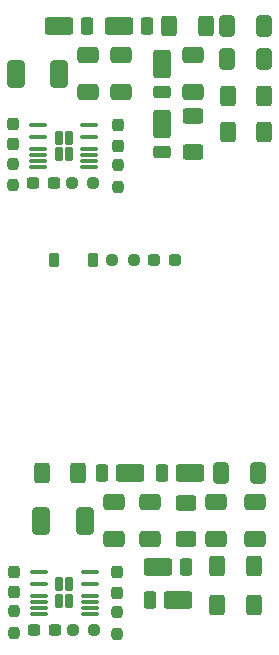
<source format=gbr>
G04 #@! TF.GenerationSoftware,KiCad,Pcbnew,8.0.6*
G04 #@! TF.CreationDate,2024-12-07T23:10:06+01:00*
G04 #@! TF.ProjectId,BOOST_LT8365,424f4f53-545f-44c5-9438-3336352e6b69,rev?*
G04 #@! TF.SameCoordinates,Original*
G04 #@! TF.FileFunction,Paste,Top*
G04 #@! TF.FilePolarity,Positive*
%FSLAX46Y46*%
G04 Gerber Fmt 4.6, Leading zero omitted, Abs format (unit mm)*
G04 Created by KiCad (PCBNEW 8.0.6) date 2024-12-07 23:10:06*
%MOMM*%
%LPD*%
G01*
G04 APERTURE LIST*
G04 Aperture macros list*
%AMRoundRect*
0 Rectangle with rounded corners*
0 $1 Rounding radius*
0 $2 $3 $4 $5 $6 $7 $8 $9 X,Y pos of 4 corners*
0 Add a 4 corners polygon primitive as box body*
4,1,4,$2,$3,$4,$5,$6,$7,$8,$9,$2,$3,0*
0 Add four circle primitives for the rounded corners*
1,1,$1+$1,$2,$3*
1,1,$1+$1,$4,$5*
1,1,$1+$1,$6,$7*
1,1,$1+$1,$8,$9*
0 Add four rect primitives between the rounded corners*
20,1,$1+$1,$2,$3,$4,$5,0*
20,1,$1+$1,$4,$5,$6,$7,0*
20,1,$1+$1,$6,$7,$8,$9,0*
20,1,$1+$1,$8,$9,$2,$3,0*%
G04 Aperture macros list end*
%ADD10RoundRect,0.250000X0.650000X-0.412500X0.650000X0.412500X-0.650000X0.412500X-0.650000X-0.412500X0*%
%ADD11RoundRect,0.250000X-0.412500X-0.650000X0.412500X-0.650000X0.412500X0.650000X-0.412500X0.650000X0*%
%ADD12RoundRect,0.172500X-0.172500X-0.422500X0.172500X-0.422500X0.172500X0.422500X-0.172500X0.422500X0*%
%ADD13RoundRect,0.075000X-0.650000X-0.075000X0.650000X-0.075000X0.650000X0.075000X-0.650000X0.075000X0*%
%ADD14RoundRect,0.375000X-0.375000X-0.825000X0.375000X-0.825000X0.375000X0.825000X-0.375000X0.825000X0*%
%ADD15RoundRect,0.237500X-0.250000X-0.237500X0.250000X-0.237500X0.250000X0.237500X-0.250000X0.237500X0*%
%ADD16RoundRect,0.250000X-0.950000X-0.500000X0.950000X-0.500000X0.950000X0.500000X-0.950000X0.500000X0*%
%ADD17RoundRect,0.250000X-0.275000X-0.500000X0.275000X-0.500000X0.275000X0.500000X-0.275000X0.500000X0*%
%ADD18RoundRect,0.237500X0.237500X-0.300000X0.237500X0.300000X-0.237500X0.300000X-0.237500X-0.300000X0*%
%ADD19RoundRect,0.250000X-0.400000X-0.625000X0.400000X-0.625000X0.400000X0.625000X-0.400000X0.625000X0*%
%ADD20RoundRect,0.237500X0.250000X0.237500X-0.250000X0.237500X-0.250000X-0.237500X0.250000X-0.237500X0*%
%ADD21RoundRect,0.225000X-0.225000X-0.375000X0.225000X-0.375000X0.225000X0.375000X-0.225000X0.375000X0*%
%ADD22RoundRect,0.250000X-0.650000X0.412500X-0.650000X-0.412500X0.650000X-0.412500X0.650000X0.412500X0*%
%ADD23RoundRect,0.237500X-0.237500X0.250000X-0.237500X-0.250000X0.237500X-0.250000X0.237500X0.250000X0*%
%ADD24RoundRect,0.250000X0.500000X-0.950000X0.500000X0.950000X-0.500000X0.950000X-0.500000X-0.950000X0*%
%ADD25RoundRect,0.250000X0.500000X-0.275000X0.500000X0.275000X-0.500000X0.275000X-0.500000X-0.275000X0*%
%ADD26RoundRect,0.250000X0.950000X0.500000X-0.950000X0.500000X-0.950000X-0.500000X0.950000X-0.500000X0*%
%ADD27RoundRect,0.250000X0.275000X0.500000X-0.275000X0.500000X-0.275000X-0.500000X0.275000X-0.500000X0*%
%ADD28RoundRect,0.250000X0.625000X-0.400000X0.625000X0.400000X-0.625000X0.400000X-0.625000X-0.400000X0*%
%ADD29RoundRect,0.237500X-0.300000X-0.237500X0.300000X-0.237500X0.300000X0.237500X-0.300000X0.237500X0*%
%ADD30RoundRect,0.250000X0.400000X0.625000X-0.400000X0.625000X-0.400000X-0.625000X0.400000X-0.625000X0*%
%ADD31RoundRect,0.237500X0.287500X0.237500X-0.287500X0.237500X-0.287500X-0.237500X0.287500X-0.237500X0*%
G04 APERTURE END LIST*
D10*
G04 #@! TO.C,C6*
X148590000Y-95669500D03*
X148590000Y-92544500D03*
G04 #@! TD*
D11*
G04 #@! TO.C,C18*
X149567500Y-54991000D03*
X152692500Y-54991000D03*
G04 #@! TD*
D12*
G04 #@! TO.C,U3*
X135305500Y-61651500D03*
X135305500Y-63071500D03*
X136135500Y-61651500D03*
X136135500Y-63071500D03*
D13*
X133570500Y-60611500D03*
X133570500Y-61611500D03*
X133570500Y-62611500D03*
X133570500Y-63111500D03*
X133570500Y-63611500D03*
X133570500Y-64111500D03*
X137870500Y-64111500D03*
X137870500Y-63611500D03*
X137870500Y-63111500D03*
X137870500Y-62611500D03*
X137870500Y-61611500D03*
X137870500Y-60611500D03*
G04 #@! TD*
D11*
G04 #@! TO.C,C7*
X149059500Y-90043000D03*
X152184500Y-90043000D03*
G04 #@! TD*
D10*
G04 #@! TO.C,C13*
X137795000Y-57823500D03*
X137795000Y-54698500D03*
G04 #@! TD*
D14*
G04 #@! TO.C,L2*
X131627000Y-56261000D03*
X135327000Y-56261000D03*
G04 #@! TD*
D15*
G04 #@! TO.C,R9*
X139803500Y-72009000D03*
X141628500Y-72009000D03*
G04 #@! TD*
D10*
G04 #@! TO.C,C16*
X146685000Y-57823500D03*
X146685000Y-54698500D03*
G04 #@! TD*
D16*
G04 #@! TO.C,D2*
X146392000Y-90043000D03*
D17*
X144017000Y-90043000D03*
G04 #@! TD*
D18*
G04 #@! TO.C,C1*
X140208000Y-100176500D03*
X140208000Y-98451500D03*
G04 #@! TD*
D11*
G04 #@! TO.C,C17*
X149567500Y-52197000D03*
X152692500Y-52197000D03*
G04 #@! TD*
D19*
G04 #@! TO.C,R25*
X149580000Y-58166000D03*
X152680000Y-58166000D03*
G04 #@! TD*
D20*
G04 #@! TO.C,R24*
X138199500Y-65532000D03*
X136374500Y-65532000D03*
G04 #@! TD*
D19*
G04 #@! TO.C,R8*
X148691000Y-97917000D03*
X151791000Y-97917000D03*
G04 #@! TD*
D16*
G04 #@! TO.C,D4*
X145376000Y-100838000D03*
D17*
X143001000Y-100838000D03*
G04 #@! TD*
D21*
G04 #@! TO.C,D5*
X134875000Y-72009000D03*
X138175000Y-72009000D03*
G04 #@! TD*
D22*
G04 #@! TO.C,C5*
X143002000Y-92544500D03*
X143002000Y-95669500D03*
G04 #@! TD*
D19*
G04 #@! TO.C,R23*
X144627000Y-52197000D03*
X147727000Y-52197000D03*
G04 #@! TD*
D10*
G04 #@! TO.C,C3*
X139954000Y-95669500D03*
X139954000Y-92544500D03*
G04 #@! TD*
D18*
G04 #@! TO.C,C4*
X131538000Y-100124500D03*
X131538000Y-98399500D03*
G04 #@! TD*
D23*
G04 #@! TO.C,R10*
X131445000Y-63857500D03*
X131445000Y-65682500D03*
G04 #@! TD*
D24*
G04 #@! TO.C,D11*
X144018000Y-60490000D03*
D25*
X144018000Y-62865000D03*
G04 #@! TD*
D26*
G04 #@! TO.C,D3*
X143676000Y-98044000D03*
D27*
X146051000Y-98044000D03*
G04 #@! TD*
D16*
G04 #@! TO.C,D1*
X141312000Y-90043000D03*
D17*
X138937000Y-90043000D03*
G04 #@! TD*
D22*
G04 #@! TO.C,C15*
X140589000Y-54698500D03*
X140589000Y-57823500D03*
G04 #@! TD*
D20*
G04 #@! TO.C,R6*
X138292500Y-103326000D03*
X136467500Y-103326000D03*
G04 #@! TD*
D19*
G04 #@! TO.C,R4*
X148691000Y-101219000D03*
X151791000Y-101219000D03*
G04 #@! TD*
D12*
G04 #@! TO.C,U1*
X135347000Y-99493000D03*
X135347000Y-100913000D03*
X136177000Y-99493000D03*
X136177000Y-100913000D03*
D13*
X133612000Y-98453000D03*
X133612000Y-99453000D03*
X133612000Y-100453000D03*
X133612000Y-100953000D03*
X133612000Y-101453000D03*
X133612000Y-101953000D03*
X137912000Y-101953000D03*
X137912000Y-101453000D03*
X137912000Y-100953000D03*
X137912000Y-100453000D03*
X137912000Y-99453000D03*
X137912000Y-98453000D03*
G04 #@! TD*
D28*
G04 #@! TO.C,R37*
X146685000Y-62891000D03*
X146685000Y-59791000D03*
G04 #@! TD*
D19*
G04 #@! TO.C,R26*
X149580000Y-61214000D03*
X152680000Y-61214000D03*
G04 #@! TD*
D23*
G04 #@! TO.C,R7*
X140335000Y-63984500D03*
X140335000Y-65809500D03*
G04 #@! TD*
D26*
G04 #@! TO.C,D8*
X135294000Y-52197000D03*
D27*
X137669000Y-52197000D03*
G04 #@! TD*
D24*
G04 #@! TO.C,D10*
X144018000Y-55411000D03*
D25*
X144018000Y-57786000D03*
G04 #@! TD*
D10*
G04 #@! TO.C,C8*
X151892000Y-95669500D03*
X151892000Y-92544500D03*
G04 #@! TD*
D18*
G04 #@! TO.C,C11*
X140335000Y-62330500D03*
X140335000Y-60605500D03*
G04 #@! TD*
D29*
G04 #@! TO.C,C2*
X133215500Y-103326000D03*
X134940500Y-103326000D03*
G04 #@! TD*
D18*
G04 #@! TO.C,C14*
X131445000Y-62203500D03*
X131445000Y-60478500D03*
G04 #@! TD*
D30*
G04 #@! TO.C,R3*
X136932000Y-90043000D03*
X133832000Y-90043000D03*
G04 #@! TD*
D28*
G04 #@! TO.C,R5*
X146050000Y-95657000D03*
X146050000Y-92557000D03*
G04 #@! TD*
D31*
G04 #@! TO.C,D6*
X145123500Y-72009000D03*
X143373500Y-72009000D03*
G04 #@! TD*
D26*
G04 #@! TO.C,D9*
X140373000Y-52197000D03*
D27*
X142748000Y-52197000D03*
G04 #@! TD*
D14*
G04 #@! TO.C,L1*
X133786000Y-94107000D03*
X137486000Y-94107000D03*
G04 #@! TD*
D29*
G04 #@! TO.C,C12*
X133122500Y-65532000D03*
X134847500Y-65532000D03*
G04 #@! TD*
D23*
G04 #@! TO.C,R1*
X140208000Y-101830500D03*
X140208000Y-103655500D03*
G04 #@! TD*
G04 #@! TO.C,R2*
X131538000Y-101778500D03*
X131538000Y-103603500D03*
G04 #@! TD*
M02*

</source>
